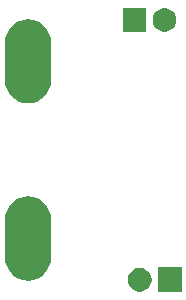
<source format=gbr>
G04 #@! TF.GenerationSoftware,KiCad,Pcbnew,5.0.2*
G04 #@! TF.CreationDate,2019-11-03T11:13:19+01:00*
G04 #@! TF.ProjectId,Tiny13-Nachtlicht,54696e79-3133-42d4-9e61-6368746c6963,rev?*
G04 #@! TF.SameCoordinates,Original*
G04 #@! TF.FileFunction,Soldermask,Top*
G04 #@! TF.FilePolarity,Negative*
%FSLAX46Y46*%
G04 Gerber Fmt 4.6, Leading zero omitted, Abs format (unit mm)*
G04 Created by KiCad (PCBNEW 5.0.2) date Sun Nov  3 11:13:19 2019*
%MOMM*%
%LPD*%
G01*
G04 APERTURE LIST*
%ADD10C,0.100000*%
G04 APERTURE END LIST*
D10*
G36*
X146001000Y-115051000D02*
X143999000Y-115051000D01*
X143999000Y-112949000D01*
X146001000Y-112949000D01*
X146001000Y-115051000D01*
X146001000Y-115051000D01*
G37*
G36*
X142751981Y-113037468D02*
X142934150Y-113112925D01*
X143098103Y-113222475D01*
X143237525Y-113361897D01*
X143347075Y-113525850D01*
X143422532Y-113708019D01*
X143461000Y-113901410D01*
X143461000Y-114098590D01*
X143422532Y-114291981D01*
X143347075Y-114474150D01*
X143237525Y-114638103D01*
X143098103Y-114777525D01*
X142934150Y-114887075D01*
X142751981Y-114962532D01*
X142558590Y-115001000D01*
X142361410Y-115001000D01*
X142168019Y-114962532D01*
X141985850Y-114887075D01*
X141821897Y-114777525D01*
X141682475Y-114638103D01*
X141572925Y-114474150D01*
X141497468Y-114291981D01*
X141459000Y-114098590D01*
X141459000Y-113901410D01*
X141497468Y-113708019D01*
X141572925Y-113525850D01*
X141682475Y-113361897D01*
X141821897Y-113222475D01*
X141985850Y-113112925D01*
X142168019Y-113037468D01*
X142361410Y-112999000D01*
X142558590Y-112999000D01*
X142751981Y-113037468D01*
X142751981Y-113037468D01*
G37*
G36*
X133382462Y-106977229D02*
X133750227Y-107088790D01*
X134089162Y-107269954D01*
X134386240Y-107513760D01*
X134630046Y-107810838D01*
X134811210Y-108149772D01*
X134922771Y-108517537D01*
X134951000Y-108804153D01*
X134951000Y-112195847D01*
X134922771Y-112482463D01*
X134811210Y-112850228D01*
X134630046Y-113189162D01*
X134386240Y-113486240D01*
X134089162Y-113730046D01*
X133750228Y-113911210D01*
X133382463Y-114022771D01*
X133000000Y-114060440D01*
X132617538Y-114022771D01*
X132249773Y-113911210D01*
X131910839Y-113730046D01*
X131613761Y-113486240D01*
X131369955Y-113189162D01*
X131188791Y-112850228D01*
X131077230Y-112482463D01*
X131049001Y-112195847D01*
X131049000Y-108804154D01*
X131077229Y-108517538D01*
X131188790Y-108149773D01*
X131369954Y-107810838D01*
X131613760Y-107513760D01*
X131910838Y-107269954D01*
X132249772Y-107088790D01*
X132617537Y-106977229D01*
X133000000Y-106939560D01*
X133382462Y-106977229D01*
X133382462Y-106977229D01*
G37*
G36*
X133382462Y-91977229D02*
X133750227Y-92088790D01*
X134089162Y-92269954D01*
X134386240Y-92513760D01*
X134630046Y-92810838D01*
X134811210Y-93149772D01*
X134922771Y-93517537D01*
X134951000Y-93804153D01*
X134951000Y-97195847D01*
X134922771Y-97482463D01*
X134811210Y-97850228D01*
X134630046Y-98189162D01*
X134386240Y-98486240D01*
X134089162Y-98730046D01*
X133750228Y-98911210D01*
X133382463Y-99022771D01*
X133000000Y-99060440D01*
X132617538Y-99022771D01*
X132249773Y-98911210D01*
X131910839Y-98730046D01*
X131613761Y-98486240D01*
X131369955Y-98189162D01*
X131188791Y-97850228D01*
X131077230Y-97482463D01*
X131049001Y-97195847D01*
X131049000Y-93804154D01*
X131077229Y-93517538D01*
X131188790Y-93149773D01*
X131369954Y-92810838D01*
X131613760Y-92513760D01*
X131910838Y-92269954D01*
X132249772Y-92088790D01*
X132617537Y-91977229D01*
X133000000Y-91939560D01*
X133382462Y-91977229D01*
X133382462Y-91977229D01*
G37*
G36*
X143001000Y-93051000D02*
X140999000Y-93051000D01*
X140999000Y-90949000D01*
X143001000Y-90949000D01*
X143001000Y-93051000D01*
X143001000Y-93051000D01*
G37*
G36*
X144831981Y-91037468D02*
X145014150Y-91112925D01*
X145178103Y-91222475D01*
X145317525Y-91361897D01*
X145427075Y-91525850D01*
X145502532Y-91708019D01*
X145541000Y-91901410D01*
X145541000Y-92098590D01*
X145502532Y-92291981D01*
X145427075Y-92474150D01*
X145317525Y-92638103D01*
X145178103Y-92777525D01*
X145014150Y-92887075D01*
X144831981Y-92962532D01*
X144638590Y-93001000D01*
X144441410Y-93001000D01*
X144248019Y-92962532D01*
X144065850Y-92887075D01*
X143901897Y-92777525D01*
X143762475Y-92638103D01*
X143652925Y-92474150D01*
X143577468Y-92291981D01*
X143539000Y-92098590D01*
X143539000Y-91901410D01*
X143577468Y-91708019D01*
X143652925Y-91525850D01*
X143762475Y-91361897D01*
X143901897Y-91222475D01*
X144065850Y-91112925D01*
X144248019Y-91037468D01*
X144441410Y-90999000D01*
X144638590Y-90999000D01*
X144831981Y-91037468D01*
X144831981Y-91037468D01*
G37*
M02*

</source>
